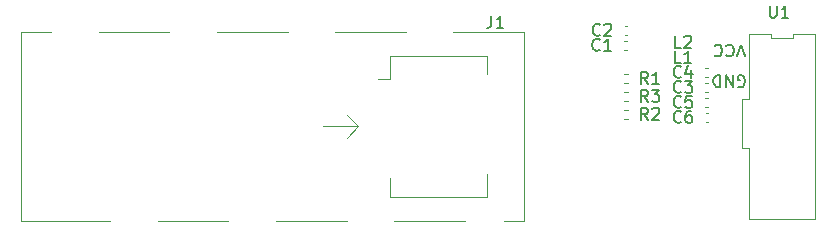
<source format=gbr>
%TF.GenerationSoftware,KiCad,Pcbnew,6.0.11-2627ca5db0~126~ubuntu20.04.1*%
%TF.CreationDate,2023-02-14T16:49:56+01:00*%
%TF.ProjectId,pmod_sfp,706d6f64-5f73-4667-902e-6b696361645f,rev?*%
%TF.SameCoordinates,Original*%
%TF.FileFunction,Legend,Top*%
%TF.FilePolarity,Positive*%
%FSLAX46Y46*%
G04 Gerber Fmt 4.6, Leading zero omitted, Abs format (unit mm)*
G04 Created by KiCad (PCBNEW 6.0.11-2627ca5db0~126~ubuntu20.04.1) date 2023-02-14 16:49:56*
%MOMM*%
%LPD*%
G01*
G04 APERTURE LIST*
%ADD10C,0.150000*%
%ADD11C,0.120000*%
G04 APERTURE END LIST*
D10*
%TO.C,C1*%
X159825333Y-64619142D02*
X159777714Y-64666761D01*
X159634857Y-64714380D01*
X159539619Y-64714380D01*
X159396761Y-64666761D01*
X159301523Y-64571523D01*
X159253904Y-64476285D01*
X159206285Y-64285809D01*
X159206285Y-64142952D01*
X159253904Y-63952476D01*
X159301523Y-63857238D01*
X159396761Y-63762000D01*
X159539619Y-63714380D01*
X159634857Y-63714380D01*
X159777714Y-63762000D01*
X159825333Y-63809619D01*
X160777714Y-64714380D02*
X160206285Y-64714380D01*
X160492000Y-64714380D02*
X160492000Y-63714380D01*
X160396761Y-63857238D01*
X160301523Y-63952476D01*
X160206285Y-64000095D01*
%TO.C,C3*%
X166711333Y-68175142D02*
X166663714Y-68222761D01*
X166520857Y-68270380D01*
X166425619Y-68270380D01*
X166282761Y-68222761D01*
X166187523Y-68127523D01*
X166139904Y-68032285D01*
X166092285Y-67841809D01*
X166092285Y-67698952D01*
X166139904Y-67508476D01*
X166187523Y-67413238D01*
X166282761Y-67318000D01*
X166425619Y-67270380D01*
X166520857Y-67270380D01*
X166663714Y-67318000D01*
X166711333Y-67365619D01*
X167044666Y-67270380D02*
X167663714Y-67270380D01*
X167330380Y-67651333D01*
X167473238Y-67651333D01*
X167568476Y-67698952D01*
X167616095Y-67746571D01*
X167663714Y-67841809D01*
X167663714Y-68079904D01*
X167616095Y-68175142D01*
X167568476Y-68222761D01*
X167473238Y-68270380D01*
X167187523Y-68270380D01*
X167092285Y-68222761D01*
X167044666Y-68175142D01*
%TO.C,U1*%
X174228095Y-60902380D02*
X174228095Y-61711904D01*
X174275714Y-61807142D01*
X174323333Y-61854761D01*
X174418571Y-61902380D01*
X174609047Y-61902380D01*
X174704285Y-61854761D01*
X174751904Y-61807142D01*
X174799523Y-61711904D01*
X174799523Y-60902380D01*
X175799523Y-61902380D02*
X175228095Y-61902380D01*
X175513809Y-61902380D02*
X175513809Y-60902380D01*
X175418571Y-61045238D01*
X175323333Y-61140476D01*
X175228095Y-61188095D01*
X171551904Y-67750000D02*
X171647142Y-67797619D01*
X171790000Y-67797619D01*
X171932857Y-67750000D01*
X172028095Y-67654761D01*
X172075714Y-67559523D01*
X172123333Y-67369047D01*
X172123333Y-67226190D01*
X172075714Y-67035714D01*
X172028095Y-66940476D01*
X171932857Y-66845238D01*
X171790000Y-66797619D01*
X171694761Y-66797619D01*
X171551904Y-66845238D01*
X171504285Y-66892857D01*
X171504285Y-67226190D01*
X171694761Y-67226190D01*
X171075714Y-66797619D02*
X171075714Y-67797619D01*
X170504285Y-66797619D01*
X170504285Y-67797619D01*
X170028095Y-66797619D02*
X170028095Y-67797619D01*
X169790000Y-67797619D01*
X169647142Y-67750000D01*
X169551904Y-67654761D01*
X169504285Y-67559523D01*
X169456666Y-67369047D01*
X169456666Y-67226190D01*
X169504285Y-67035714D01*
X169551904Y-66940476D01*
X169647142Y-66845238D01*
X169790000Y-66797619D01*
X170028095Y-66797619D01*
X172123333Y-65197619D02*
X171790000Y-64197619D01*
X171456666Y-65197619D01*
X170551904Y-64292857D02*
X170599523Y-64245238D01*
X170742380Y-64197619D01*
X170837619Y-64197619D01*
X170980476Y-64245238D01*
X171075714Y-64340476D01*
X171123333Y-64435714D01*
X171170952Y-64626190D01*
X171170952Y-64769047D01*
X171123333Y-64959523D01*
X171075714Y-65054761D01*
X170980476Y-65150000D01*
X170837619Y-65197619D01*
X170742380Y-65197619D01*
X170599523Y-65150000D01*
X170551904Y-65102380D01*
X169551904Y-64292857D02*
X169599523Y-64245238D01*
X169742380Y-64197619D01*
X169837619Y-64197619D01*
X169980476Y-64245238D01*
X170075714Y-64340476D01*
X170123333Y-64435714D01*
X170170952Y-64626190D01*
X170170952Y-64769047D01*
X170123333Y-64959523D01*
X170075714Y-65054761D01*
X169980476Y-65150000D01*
X169837619Y-65197619D01*
X169742380Y-65197619D01*
X169599523Y-65150000D01*
X169551904Y-65102380D01*
%TO.C,R3*%
X163917333Y-69032380D02*
X163584000Y-68556190D01*
X163345904Y-69032380D02*
X163345904Y-68032380D01*
X163726857Y-68032380D01*
X163822095Y-68080000D01*
X163869714Y-68127619D01*
X163917333Y-68222857D01*
X163917333Y-68365714D01*
X163869714Y-68460952D01*
X163822095Y-68508571D01*
X163726857Y-68556190D01*
X163345904Y-68556190D01*
X164250666Y-68032380D02*
X164869714Y-68032380D01*
X164536380Y-68413333D01*
X164679238Y-68413333D01*
X164774476Y-68460952D01*
X164822095Y-68508571D01*
X164869714Y-68603809D01*
X164869714Y-68841904D01*
X164822095Y-68937142D01*
X164774476Y-68984761D01*
X164679238Y-69032380D01*
X164393523Y-69032380D01*
X164298285Y-68984761D01*
X164250666Y-68937142D01*
%TO.C,C2*%
X159853333Y-63349142D02*
X159805714Y-63396761D01*
X159662857Y-63444380D01*
X159567619Y-63444380D01*
X159424761Y-63396761D01*
X159329523Y-63301523D01*
X159281904Y-63206285D01*
X159234285Y-63015809D01*
X159234285Y-62872952D01*
X159281904Y-62682476D01*
X159329523Y-62587238D01*
X159424761Y-62492000D01*
X159567619Y-62444380D01*
X159662857Y-62444380D01*
X159805714Y-62492000D01*
X159853333Y-62539619D01*
X160234285Y-62539619D02*
X160281904Y-62492000D01*
X160377142Y-62444380D01*
X160615238Y-62444380D01*
X160710476Y-62492000D01*
X160758095Y-62539619D01*
X160805714Y-62634857D01*
X160805714Y-62730095D01*
X160758095Y-62872952D01*
X160186666Y-63444380D01*
X160805714Y-63444380D01*
%TO.C,R1*%
X163917333Y-67508380D02*
X163584000Y-67032190D01*
X163345904Y-67508380D02*
X163345904Y-66508380D01*
X163726857Y-66508380D01*
X163822095Y-66556000D01*
X163869714Y-66603619D01*
X163917333Y-66698857D01*
X163917333Y-66841714D01*
X163869714Y-66936952D01*
X163822095Y-66984571D01*
X163726857Y-67032190D01*
X163345904Y-67032190D01*
X164869714Y-67508380D02*
X164298285Y-67508380D01*
X164584000Y-67508380D02*
X164584000Y-66508380D01*
X164488761Y-66651238D01*
X164393523Y-66746476D01*
X164298285Y-66794095D01*
%TO.C,C4*%
X166711333Y-66905142D02*
X166663714Y-66952761D01*
X166520857Y-67000380D01*
X166425619Y-67000380D01*
X166282761Y-66952761D01*
X166187523Y-66857523D01*
X166139904Y-66762285D01*
X166092285Y-66571809D01*
X166092285Y-66428952D01*
X166139904Y-66238476D01*
X166187523Y-66143238D01*
X166282761Y-66048000D01*
X166425619Y-66000380D01*
X166520857Y-66000380D01*
X166663714Y-66048000D01*
X166711333Y-66095619D01*
X167568476Y-66333714D02*
X167568476Y-67000380D01*
X167330380Y-65952761D02*
X167092285Y-66667047D01*
X167711333Y-66667047D01*
%TO.C,R2*%
X163917333Y-70556380D02*
X163584000Y-70080190D01*
X163345904Y-70556380D02*
X163345904Y-69556380D01*
X163726857Y-69556380D01*
X163822095Y-69604000D01*
X163869714Y-69651619D01*
X163917333Y-69746857D01*
X163917333Y-69889714D01*
X163869714Y-69984952D01*
X163822095Y-70032571D01*
X163726857Y-70080190D01*
X163345904Y-70080190D01*
X164298285Y-69651619D02*
X164345904Y-69604000D01*
X164441142Y-69556380D01*
X164679238Y-69556380D01*
X164774476Y-69604000D01*
X164822095Y-69651619D01*
X164869714Y-69746857D01*
X164869714Y-69842095D01*
X164822095Y-69984952D01*
X164250666Y-70556380D01*
X164869714Y-70556380D01*
%TO.C,L2*%
X166711333Y-64460380D02*
X166235142Y-64460380D01*
X166235142Y-63460380D01*
X166997047Y-63555619D02*
X167044666Y-63508000D01*
X167139904Y-63460380D01*
X167378000Y-63460380D01*
X167473238Y-63508000D01*
X167520857Y-63555619D01*
X167568476Y-63650857D01*
X167568476Y-63746095D01*
X167520857Y-63888952D01*
X166949428Y-64460380D01*
X167568476Y-64460380D01*
%TO.C,L1*%
X166711333Y-65730380D02*
X166235142Y-65730380D01*
X166235142Y-64730380D01*
X167568476Y-65730380D02*
X166997047Y-65730380D01*
X167282761Y-65730380D02*
X167282761Y-64730380D01*
X167187523Y-64873238D01*
X167092285Y-64968476D01*
X166997047Y-65016095D01*
%TO.C,C6*%
X166711333Y-70715142D02*
X166663714Y-70762761D01*
X166520857Y-70810380D01*
X166425619Y-70810380D01*
X166282761Y-70762761D01*
X166187523Y-70667523D01*
X166139904Y-70572285D01*
X166092285Y-70381809D01*
X166092285Y-70238952D01*
X166139904Y-70048476D01*
X166187523Y-69953238D01*
X166282761Y-69858000D01*
X166425619Y-69810380D01*
X166520857Y-69810380D01*
X166663714Y-69858000D01*
X166711333Y-69905619D01*
X167568476Y-69810380D02*
X167378000Y-69810380D01*
X167282761Y-69858000D01*
X167235142Y-69905619D01*
X167139904Y-70048476D01*
X167092285Y-70238952D01*
X167092285Y-70619904D01*
X167139904Y-70715142D01*
X167187523Y-70762761D01*
X167282761Y-70810380D01*
X167473238Y-70810380D01*
X167568476Y-70762761D01*
X167616095Y-70715142D01*
X167663714Y-70619904D01*
X167663714Y-70381809D01*
X167616095Y-70286571D01*
X167568476Y-70238952D01*
X167473238Y-70191333D01*
X167282761Y-70191333D01*
X167187523Y-70238952D01*
X167139904Y-70286571D01*
X167092285Y-70381809D01*
%TO.C,C5*%
X166711333Y-69445142D02*
X166663714Y-69492761D01*
X166520857Y-69540380D01*
X166425619Y-69540380D01*
X166282761Y-69492761D01*
X166187523Y-69397523D01*
X166139904Y-69302285D01*
X166092285Y-69111809D01*
X166092285Y-68968952D01*
X166139904Y-68778476D01*
X166187523Y-68683238D01*
X166282761Y-68588000D01*
X166425619Y-68540380D01*
X166520857Y-68540380D01*
X166663714Y-68588000D01*
X166711333Y-68635619D01*
X167616095Y-68540380D02*
X167139904Y-68540380D01*
X167092285Y-69016571D01*
X167139904Y-68968952D01*
X167235142Y-68921333D01*
X167473238Y-68921333D01*
X167568476Y-68968952D01*
X167616095Y-69016571D01*
X167663714Y-69111809D01*
X167663714Y-69349904D01*
X167616095Y-69445142D01*
X167568476Y-69492761D01*
X167473238Y-69540380D01*
X167235142Y-69540380D01*
X167139904Y-69492761D01*
X167092285Y-69445142D01*
%TO.C,J1*%
X150666666Y-61772380D02*
X150666666Y-62486666D01*
X150619047Y-62629523D01*
X150523809Y-62724761D01*
X150380952Y-62772380D01*
X150285714Y-62772380D01*
X151666666Y-62772380D02*
X151095238Y-62772380D01*
X151380952Y-62772380D02*
X151380952Y-61772380D01*
X151285714Y-61915238D01*
X151190476Y-62010476D01*
X151095238Y-62058095D01*
D11*
%TO.C,C1*%
X162131836Y-64622000D02*
X161916164Y-64622000D01*
X162131836Y-63902000D02*
X161916164Y-63902000D01*
%TO.C,C3*%
X168774164Y-67458000D02*
X168989836Y-67458000D01*
X168774164Y-68178000D02*
X168989836Y-68178000D01*
%TO.C,U1*%
X171860000Y-68820000D02*
X171860000Y-72970000D01*
X172490000Y-68820000D02*
X171860000Y-68820000D01*
X172490000Y-78970000D02*
X178029999Y-78970000D01*
X172490000Y-68820000D02*
X172490000Y-63320000D01*
X174336667Y-63270000D02*
X172490001Y-63270000D01*
X176183333Y-63270000D02*
X176183333Y-63630000D01*
X174336667Y-63630000D02*
X174336667Y-63270000D01*
X178029999Y-78970000D02*
X178030000Y-63270000D01*
X171860000Y-72970000D02*
X172490000Y-72970000D01*
X176183333Y-63630000D02*
X174336667Y-63630000D01*
X172490000Y-72970000D02*
X172490000Y-78970000D01*
X178030000Y-63270000D02*
X176183333Y-63270000D01*
%TO.C,R3*%
X161898359Y-68960000D02*
X162205641Y-68960000D01*
X161898359Y-68200000D02*
X162205641Y-68200000D01*
%TO.C,C2*%
X162159836Y-63352000D02*
X161944164Y-63352000D01*
X162159836Y-62632000D02*
X161944164Y-62632000D01*
%TO.C,R1*%
X162203641Y-66676000D02*
X161896359Y-66676000D01*
X162203641Y-67436000D02*
X161896359Y-67436000D01*
%TO.C,C4*%
X168774164Y-66908000D02*
X168989836Y-66908000D01*
X168774164Y-66188000D02*
X168989836Y-66188000D01*
%TO.C,R2*%
X162207641Y-69724000D02*
X161900359Y-69724000D01*
X162207641Y-70484000D02*
X161900359Y-70484000D01*
%TO.C,C6*%
X168802164Y-70718000D02*
X169017836Y-70718000D01*
X168802164Y-69998000D02*
X169017836Y-69998000D01*
%TO.C,C5*%
X168774164Y-68728000D02*
X168989836Y-68728000D01*
X168774164Y-69448000D02*
X168989836Y-69448000D01*
%TO.C,J1*%
X139400000Y-71120000D02*
X138400000Y-72120000D01*
X150300000Y-75120000D02*
X150300000Y-77120000D01*
X142100000Y-75520000D02*
X142100000Y-77120000D01*
X150300000Y-66720000D02*
X150300000Y-65120000D01*
X142400000Y-79120000D02*
X148400000Y-79120000D01*
X142100000Y-65120000D02*
X142100000Y-67120000D01*
X153400000Y-79120000D02*
X153400000Y-63120000D01*
X139400000Y-71120000D02*
X138400000Y-70120000D01*
X123400000Y-63120000D02*
X117400000Y-63120000D01*
X118400000Y-79120000D02*
X110800000Y-79120000D01*
X122400000Y-79120000D02*
X128400000Y-79120000D01*
X110800000Y-79120000D02*
X110800000Y-63120000D01*
X151700000Y-79120000D02*
X153400000Y-79120000D01*
X133400000Y-63120000D02*
X127400000Y-63120000D01*
X153400000Y-63120000D02*
X147400000Y-63120000D01*
X143400000Y-63120000D02*
X137400000Y-63120000D01*
X139400000Y-71120000D02*
X136400000Y-71120000D01*
X150300000Y-65120000D02*
X142100000Y-65120000D01*
X113400000Y-63120000D02*
X110800000Y-63120000D01*
X142100000Y-67120000D02*
X141100000Y-67120000D01*
X150300000Y-77120000D02*
X142100000Y-77120000D01*
X132400000Y-79120000D02*
X138400000Y-79120000D01*
%TD*%
M02*

</source>
